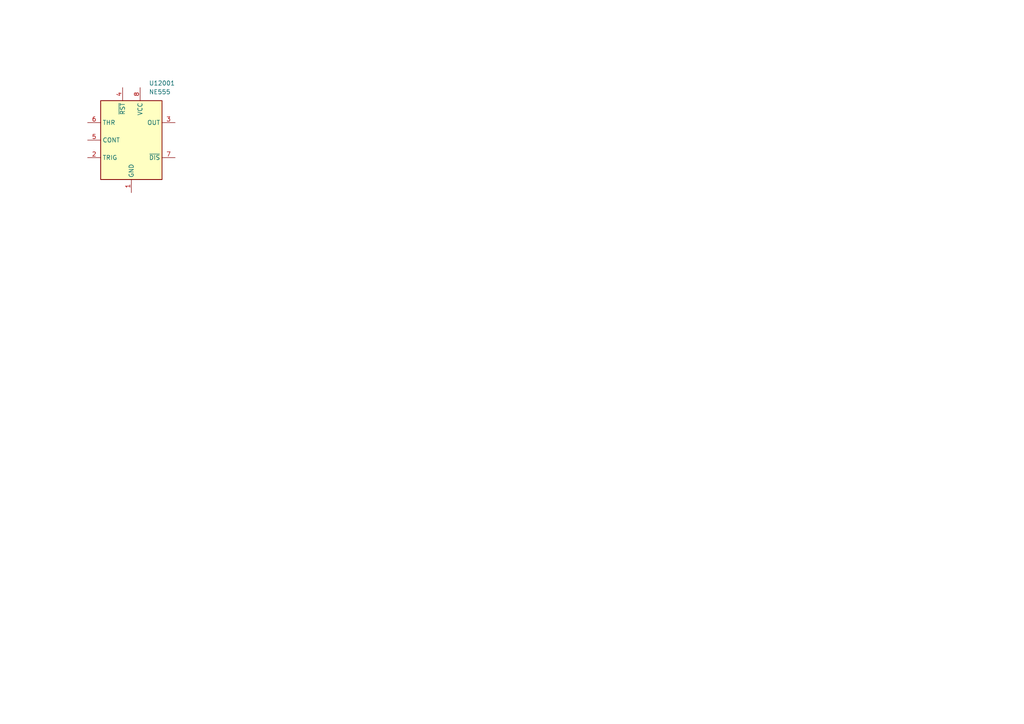
<source format=kicad_sch>
(kicad_sch
	(version 20250114)
	(generator "eeschema")
	(generator_version "9.0")
	(uuid "86052a0b-84b3-43fd-8502-448d6054a5a7")
	(paper "A4")
	(title_block
		(title "Integrated circuits")
		(date "2026-01-06")
		(rev "1")
		(comment 1 "-")
		(comment 2 "-")
	)
	(lib_symbols
		(symbol "lily_symbols:ic_timer_NE555_soic8"
			(exclude_from_sim no)
			(in_bom yes)
			(on_board yes)
			(property "Reference" "U"
				(at 17.78 11.43 0)
				(effects
					(font
						(size 1.27 1.27)
					)
					(justify left)
				)
			)
			(property "Value" "NE555"
				(at 17.78 8.89 0)
				(effects
					(font
						(size 1.27 1.27)
					)
					(justify left)
				)
			)
			(property "Footprint" "lily_footprints:soic8"
				(at 12.7 -38.1 0)
				(effects
					(font
						(size 1.27 1.27)
					)
					(hide yes)
				)
			)
			(property "Datasheet" "https://lilytronics.github.io/lily_kicad_lib/datasheets/texas_instruments/NE555.pdf"
				(at 12.7 -50.8 0)
				(effects
					(font
						(size 1.27 1.27)
					)
					(hide yes)
				)
			)
			(property "Description" ""
				(at 0 0 0)
				(effects
					(font
						(size 1.27 1.27)
					)
					(hide yes)
				)
			)
			(property "Revision" "1"
				(at 12.7 -33.02 0)
				(effects
					(font
						(size 1.27 1.27)
					)
					(hide yes)
				)
			)
			(property "Status" "Active"
				(at 12.7 -35.56 0)
				(effects
					(font
						(size 1.27 1.27)
					)
					(hide yes)
				)
			)
			(property "Manufacturer" "Texas Instruments"
				(at 12.7 -40.64 0)
				(effects
					(font
						(size 1.27 1.27)
					)
					(hide yes)
				)
			)
			(property "Manufacturer_ID" "NE555DR"
				(at 12.7 -43.18 0)
				(effects
					(font
						(size 1.27 1.27)
					)
					(hide yes)
				)
			)
			(property "Lily_ID" "NO_ID"
				(at 12.7 -45.72 0)
				(effects
					(font
						(size 1.27 1.27)
					)
					(hide yes)
				)
			)
			(property "JLCPCB_ID" "C7593"
				(at 12.7 -48.26 0)
				(effects
					(font
						(size 1.27 1.27)
					)
					(hide yes)
				)
			)
			(symbol "ic_timer_NE555_soic8_0_1"
				(rectangle
					(start 3.81 6.35)
					(end 21.59 -16.51)
					(stroke
						(width 0.254)
						(type default)
					)
					(fill
						(type background)
					)
				)
			)
			(symbol "ic_timer_NE555_soic8_1_1"
				(pin input line
					(at 0 0 0)
					(length 3.81)
					(name "THR"
						(effects
							(font
								(size 1.27 1.27)
							)
						)
					)
					(number "6"
						(effects
							(font
								(size 1.27 1.27)
							)
						)
					)
				)
				(pin input line
					(at 0 -5.08 0)
					(length 3.81)
					(name "CONT"
						(effects
							(font
								(size 1.27 1.27)
							)
						)
					)
					(number "5"
						(effects
							(font
								(size 1.27 1.27)
							)
						)
					)
				)
				(pin input line
					(at 0 -10.16 0)
					(length 3.81)
					(name "TRIG"
						(effects
							(font
								(size 1.27 1.27)
							)
						)
					)
					(number "2"
						(effects
							(font
								(size 1.27 1.27)
							)
						)
					)
				)
				(pin input line
					(at 10.16 10.16 270)
					(length 3.81)
					(name "~{RST}"
						(effects
							(font
								(size 1.27 1.27)
							)
						)
					)
					(number "4"
						(effects
							(font
								(size 1.27 1.27)
							)
						)
					)
				)
				(pin power_in line
					(at 12.7 -20.32 90)
					(length 3.81)
					(name "GND"
						(effects
							(font
								(size 1.27 1.27)
							)
						)
					)
					(number "1"
						(effects
							(font
								(size 1.27 1.27)
							)
						)
					)
				)
				(pin power_in line
					(at 15.24 10.16 270)
					(length 3.81)
					(name "VCC"
						(effects
							(font
								(size 1.27 1.27)
							)
						)
					)
					(number "8"
						(effects
							(font
								(size 1.27 1.27)
							)
						)
					)
				)
				(pin output line
					(at 25.4 0 180)
					(length 3.81)
					(name "OUT"
						(effects
							(font
								(size 1.27 1.27)
							)
						)
					)
					(number "3"
						(effects
							(font
								(size 1.27 1.27)
							)
						)
					)
				)
				(pin open_collector line
					(at 25.4 -10.16 180)
					(length 3.81)
					(name "~{DIS}"
						(effects
							(font
								(size 1.27 1.27)
							)
						)
					)
					(number "7"
						(effects
							(font
								(size 1.27 1.27)
							)
						)
					)
				)
			)
			(embedded_fonts no)
		)
	)
	(symbol
		(lib_id "lily_symbols:ic_timer_NE555_soic8")
		(at 25.4 35.56 0)
		(unit 1)
		(exclude_from_sim no)
		(in_bom yes)
		(on_board yes)
		(dnp no)
		(uuid "f2bd5664-90be-4811-b1c3-4ff468b8a137")
		(property "Reference" "U12001"
			(at 43.18 24.13 0)
			(effects
				(font
					(size 1.27 1.27)
				)
				(justify left)
			)
		)
		(property "Value" "NE555"
			(at 43.18 26.67 0)
			(effects
				(font
					(size 1.27 1.27)
				)
				(justify left)
			)
		)
		(property "Footprint" "lily_footprints:soic8"
			(at 38.1 73.66 0)
			(effects
				(font
					(size 1.27 1.27)
				)
				(hide yes)
			)
		)
		(property "Datasheet" "https://lilytronics.github.io/lily_kicad_lib/datasheets/texas_instruments/NE555.pdf"
			(at 38.1 86.36 0)
			(effects
				(font
					(size 1.27 1.27)
				)
				(hide yes)
			)
		)
		(property "Description" ""
			(at 25.4 35.56 0)
			(effects
				(font
					(size 1.27 1.27)
				)
				(hide yes)
			)
		)
		(property "Revision" "1"
			(at 38.1 68.58 0)
			(effects
				(font
					(size 1.27 1.27)
				)
				(hide yes)
			)
		)
		(property "Status" "Active"
			(at 38.1 71.12 0)
			(effects
				(font
					(size 1.27 1.27)
				)
				(hide yes)
			)
		)
		(property "Manufacturer" "Texas Instruments"
			(at 38.1 76.2 0)
			(effects
				(font
					(size 1.27 1.27)
				)
				(hide yes)
			)
		)
		(property "Manufacturer_ID" "NE555DR"
			(at 38.1 78.74 0)
			(effects
				(font
					(size 1.27 1.27)
				)
				(hide yes)
			)
		)
		(property "Lily_ID" "NO_ID"
			(at 38.1 81.28 0)
			(effects
				(font
					(size 1.27 1.27)
				)
				(hide yes)
			)
		)
		(property "JLCPCB_ID" "C7593"
			(at 38.1 83.82 0)
			(effects
				(font
					(size 1.27 1.27)
				)
				(hide yes)
			)
		)
		(pin "3"
			(uuid "40bfd3a4-90e2-4f9b-b061-6b1e1bfa3a52")
		)
		(pin "2"
			(uuid "12c6e693-cbbf-4881-84a1-773280c7ec30")
		)
		(pin "5"
			(uuid "c0199d4c-9378-4074-ba2f-79c867eeb5ff")
		)
		(pin "4"
			(uuid "1eebf938-ebde-4839-ae4f-d5c4eeaeec2a")
		)
		(pin "1"
			(uuid "a4ce9a66-7656-4010-88af-037f58f8510a")
		)
		(pin "8"
			(uuid "c4cd981f-1658-40ee-9f98-d443d84b4e08")
		)
		(pin "6"
			(uuid "af3bd0d5-b764-44ae-bc50-e7bf86923744")
		)
		(pin "7"
			(uuid "3bba8552-9a2d-4f34-a731-1b833c1a8b8f")
		)
		(instances
			(project ""
				(path "/e63e39d7-6ac0-4ffd-8aa3-1841a4541b55/da1ff43c-dafd-4fdb-b10c-4c2ad42bbb42"
					(reference "U12001")
					(unit 1)
				)
			)
		)
	)
)

</source>
